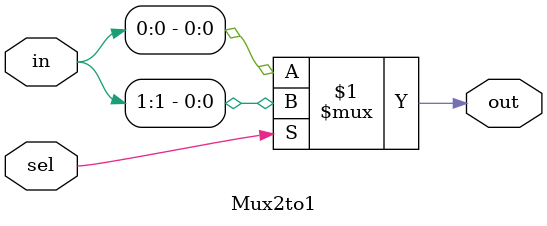
<source format=v>
`timescale 1ns / 1ps

module Mux2to1(
    input [1:0]in, input sel, 
    output out);
    
    assign out = sel ? in[1] : in[0];  
  
endmodule


</source>
